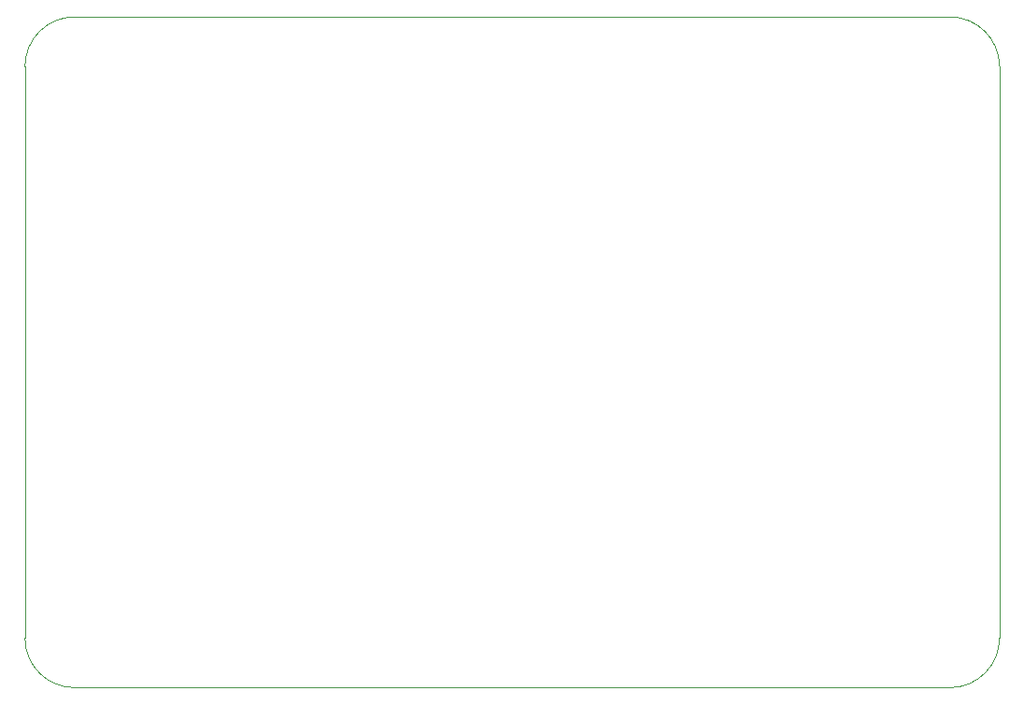
<source format=gm1>
G04 #@! TF.GenerationSoftware,KiCad,Pcbnew,7.0.8*
G04 #@! TF.CreationDate,2023-11-17T17:21:29+01:00*
G04 #@! TF.ProjectId,universal12Vsupply,756e6976-6572-4736-916c-313256737570,rev?*
G04 #@! TF.SameCoordinates,Original*
G04 #@! TF.FileFunction,Profile,NP*
%FSLAX46Y46*%
G04 Gerber Fmt 4.6, Leading zero omitted, Abs format (unit mm)*
G04 Created by KiCad (PCBNEW 7.0.8) date 2023-11-17 17:21:29*
%MOMM*%
%LPD*%
G01*
G04 APERTURE LIST*
G04 #@! TA.AperFunction,Profile*
%ADD10C,0.100000*%
G04 #@! TD*
G04 APERTURE END LIST*
D10*
X63500000Y-22182000D02*
G75*
G03*
X59000000Y-26681981I0J-4500000D01*
G01*
X63500000Y-83000000D02*
X142818019Y-83000000D01*
X147318019Y-78500000D02*
X147318019Y-26681981D01*
X59000000Y-78500000D02*
G75*
G03*
X63500000Y-83000000I4500000J0D01*
G01*
X147318019Y-26681981D02*
G75*
G03*
X142818019Y-22181981I-4500019J-19D01*
G01*
X59000000Y-26681981D02*
X59000000Y-78500000D01*
X142818019Y-83000019D02*
G75*
G03*
X147318019Y-78500000I-19J4500019D01*
G01*
X142818019Y-22181981D02*
X63500000Y-22181981D01*
M02*

</source>
